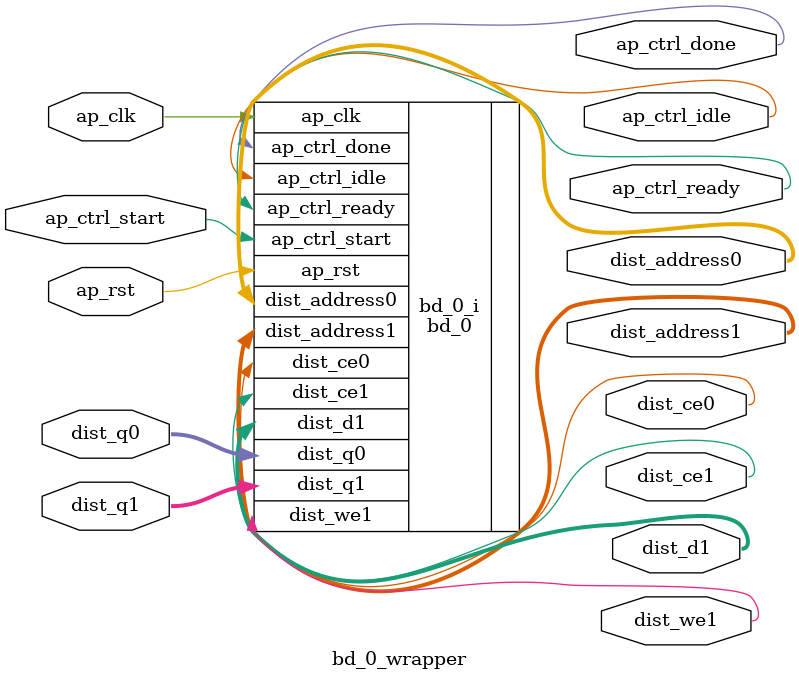
<source format=v>
`timescale 1 ps / 1 ps

module bd_0_wrapper
   (ap_clk,
    ap_ctrl_done,
    ap_ctrl_idle,
    ap_ctrl_ready,
    ap_ctrl_start,
    ap_rst,
    dist_address0,
    dist_address1,
    dist_ce0,
    dist_ce1,
    dist_d1,
    dist_q0,
    dist_q1,
    dist_we1);
  input ap_clk;
  output ap_ctrl_done;
  output ap_ctrl_idle;
  output ap_ctrl_ready;
  input ap_ctrl_start;
  input ap_rst;
  output [6:0]dist_address0;
  output [6:0]dist_address1;
  output dist_ce0;
  output dist_ce1;
  output [31:0]dist_d1;
  input [31:0]dist_q0;
  input [31:0]dist_q1;
  output dist_we1;

  wire ap_clk;
  wire ap_ctrl_done;
  wire ap_ctrl_idle;
  wire ap_ctrl_ready;
  wire ap_ctrl_start;
  wire ap_rst;
  wire [6:0]dist_address0;
  wire [6:0]dist_address1;
  wire dist_ce0;
  wire dist_ce1;
  wire [31:0]dist_d1;
  wire [31:0]dist_q0;
  wire [31:0]dist_q1;
  wire dist_we1;

  bd_0 bd_0_i
       (.ap_clk(ap_clk),
        .ap_ctrl_done(ap_ctrl_done),
        .ap_ctrl_idle(ap_ctrl_idle),
        .ap_ctrl_ready(ap_ctrl_ready),
        .ap_ctrl_start(ap_ctrl_start),
        .ap_rst(ap_rst),
        .dist_address0(dist_address0),
        .dist_address1(dist_address1),
        .dist_ce0(dist_ce0),
        .dist_ce1(dist_ce1),
        .dist_d1(dist_d1),
        .dist_q0(dist_q0),
        .dist_q1(dist_q1),
        .dist_we1(dist_we1));
endmodule

</source>
